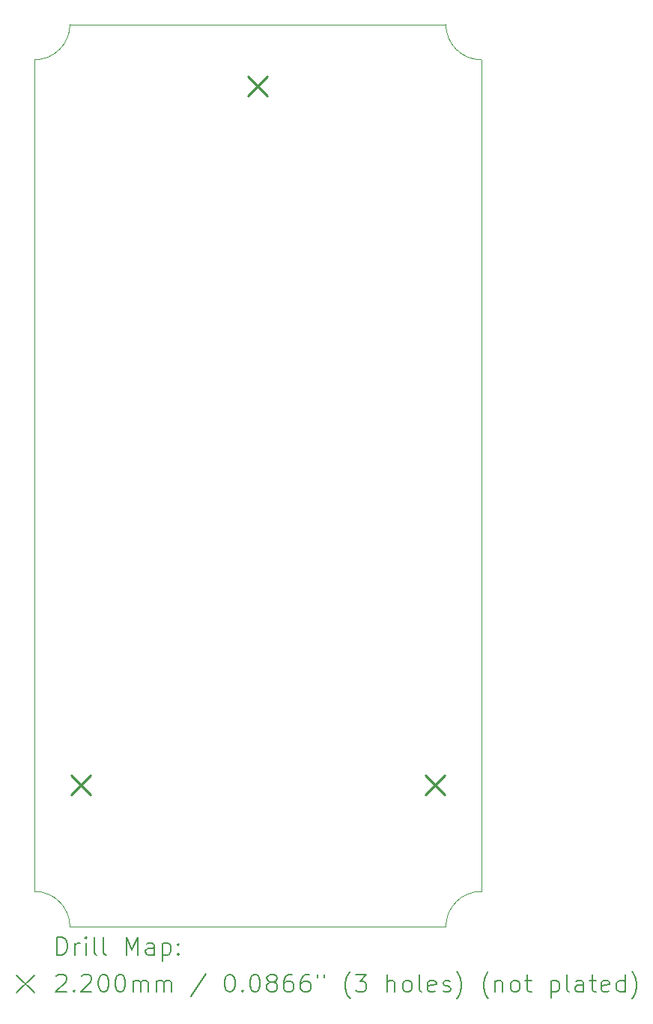
<source format=gbr>
%TF.GenerationSoftware,KiCad,Pcbnew,7.0.6*%
%TF.CreationDate,2024-08-25T10:22:35-07:00*%
%TF.ProjectId,Guitar_waveform_proj,47756974-6172-45f7-9761-7665666f726d,rev?*%
%TF.SameCoordinates,Original*%
%TF.FileFunction,Drillmap*%
%TF.FilePolarity,Positive*%
%FSLAX45Y45*%
G04 Gerber Fmt 4.5, Leading zero omitted, Abs format (unit mm)*
G04 Created by KiCad (PCBNEW 7.0.6) date 2024-08-25 10:22:35*
%MOMM*%
%LPD*%
G01*
G04 APERTURE LIST*
%ADD10C,0.100000*%
%ADD11C,0.200000*%
%ADD12C,0.220000*%
G04 APERTURE END LIST*
D10*
X15200000Y-3100000D02*
X19450000Y-3100000D01*
X19450000Y-3100000D02*
G75*
G03*
X19850000Y-3500000I400000J0D01*
G01*
X19450000Y-13300000D02*
X15200000Y-13300000D01*
X14800000Y-3500000D02*
G75*
G03*
X15200000Y-3100000I0J400000D01*
G01*
X14800000Y-12900000D02*
X14800000Y-3500000D01*
X15200000Y-13300000D02*
G75*
G03*
X14800000Y-12900000I-400000J0D01*
G01*
X19850000Y-3500000D02*
X19850000Y-12900000D01*
X19850000Y-12900000D02*
G75*
G03*
X19450000Y-13300000I0J-400000D01*
G01*
D11*
D12*
X15215000Y-11590000D02*
X15435000Y-11810000D01*
X15435000Y-11590000D02*
X15215000Y-11810000D01*
X17215000Y-3690000D02*
X17435000Y-3910000D01*
X17435000Y-3690000D02*
X17215000Y-3910000D01*
X19215000Y-11590000D02*
X19435000Y-11810000D01*
X19435000Y-11590000D02*
X19215000Y-11810000D01*
D11*
X15055777Y-13616484D02*
X15055777Y-13416484D01*
X15055777Y-13416484D02*
X15103396Y-13416484D01*
X15103396Y-13416484D02*
X15131967Y-13426008D01*
X15131967Y-13426008D02*
X15151015Y-13445055D01*
X15151015Y-13445055D02*
X15160539Y-13464103D01*
X15160539Y-13464103D02*
X15170062Y-13502198D01*
X15170062Y-13502198D02*
X15170062Y-13530769D01*
X15170062Y-13530769D02*
X15160539Y-13568865D01*
X15160539Y-13568865D02*
X15151015Y-13587912D01*
X15151015Y-13587912D02*
X15131967Y-13606960D01*
X15131967Y-13606960D02*
X15103396Y-13616484D01*
X15103396Y-13616484D02*
X15055777Y-13616484D01*
X15255777Y-13616484D02*
X15255777Y-13483150D01*
X15255777Y-13521246D02*
X15265301Y-13502198D01*
X15265301Y-13502198D02*
X15274824Y-13492674D01*
X15274824Y-13492674D02*
X15293872Y-13483150D01*
X15293872Y-13483150D02*
X15312920Y-13483150D01*
X15379586Y-13616484D02*
X15379586Y-13483150D01*
X15379586Y-13416484D02*
X15370062Y-13426008D01*
X15370062Y-13426008D02*
X15379586Y-13435531D01*
X15379586Y-13435531D02*
X15389110Y-13426008D01*
X15389110Y-13426008D02*
X15379586Y-13416484D01*
X15379586Y-13416484D02*
X15379586Y-13435531D01*
X15503396Y-13616484D02*
X15484348Y-13606960D01*
X15484348Y-13606960D02*
X15474824Y-13587912D01*
X15474824Y-13587912D02*
X15474824Y-13416484D01*
X15608158Y-13616484D02*
X15589110Y-13606960D01*
X15589110Y-13606960D02*
X15579586Y-13587912D01*
X15579586Y-13587912D02*
X15579586Y-13416484D01*
X15836729Y-13616484D02*
X15836729Y-13416484D01*
X15836729Y-13416484D02*
X15903396Y-13559341D01*
X15903396Y-13559341D02*
X15970062Y-13416484D01*
X15970062Y-13416484D02*
X15970062Y-13616484D01*
X16151015Y-13616484D02*
X16151015Y-13511722D01*
X16151015Y-13511722D02*
X16141491Y-13492674D01*
X16141491Y-13492674D02*
X16122443Y-13483150D01*
X16122443Y-13483150D02*
X16084348Y-13483150D01*
X16084348Y-13483150D02*
X16065301Y-13492674D01*
X16151015Y-13606960D02*
X16131967Y-13616484D01*
X16131967Y-13616484D02*
X16084348Y-13616484D01*
X16084348Y-13616484D02*
X16065301Y-13606960D01*
X16065301Y-13606960D02*
X16055777Y-13587912D01*
X16055777Y-13587912D02*
X16055777Y-13568865D01*
X16055777Y-13568865D02*
X16065301Y-13549817D01*
X16065301Y-13549817D02*
X16084348Y-13540293D01*
X16084348Y-13540293D02*
X16131967Y-13540293D01*
X16131967Y-13540293D02*
X16151015Y-13530769D01*
X16246253Y-13483150D02*
X16246253Y-13683150D01*
X16246253Y-13492674D02*
X16265301Y-13483150D01*
X16265301Y-13483150D02*
X16303396Y-13483150D01*
X16303396Y-13483150D02*
X16322443Y-13492674D01*
X16322443Y-13492674D02*
X16331967Y-13502198D01*
X16331967Y-13502198D02*
X16341491Y-13521246D01*
X16341491Y-13521246D02*
X16341491Y-13578388D01*
X16341491Y-13578388D02*
X16331967Y-13597436D01*
X16331967Y-13597436D02*
X16322443Y-13606960D01*
X16322443Y-13606960D02*
X16303396Y-13616484D01*
X16303396Y-13616484D02*
X16265301Y-13616484D01*
X16265301Y-13616484D02*
X16246253Y-13606960D01*
X16427205Y-13597436D02*
X16436729Y-13606960D01*
X16436729Y-13606960D02*
X16427205Y-13616484D01*
X16427205Y-13616484D02*
X16417682Y-13606960D01*
X16417682Y-13606960D02*
X16427205Y-13597436D01*
X16427205Y-13597436D02*
X16427205Y-13616484D01*
X16427205Y-13492674D02*
X16436729Y-13502198D01*
X16436729Y-13502198D02*
X16427205Y-13511722D01*
X16427205Y-13511722D02*
X16417682Y-13502198D01*
X16417682Y-13502198D02*
X16427205Y-13492674D01*
X16427205Y-13492674D02*
X16427205Y-13511722D01*
X14595000Y-13845000D02*
X14795000Y-14045000D01*
X14795000Y-13845000D02*
X14595000Y-14045000D01*
X15046253Y-13855531D02*
X15055777Y-13846008D01*
X15055777Y-13846008D02*
X15074824Y-13836484D01*
X15074824Y-13836484D02*
X15122443Y-13836484D01*
X15122443Y-13836484D02*
X15141491Y-13846008D01*
X15141491Y-13846008D02*
X15151015Y-13855531D01*
X15151015Y-13855531D02*
X15160539Y-13874579D01*
X15160539Y-13874579D02*
X15160539Y-13893627D01*
X15160539Y-13893627D02*
X15151015Y-13922198D01*
X15151015Y-13922198D02*
X15036729Y-14036484D01*
X15036729Y-14036484D02*
X15160539Y-14036484D01*
X15246253Y-14017436D02*
X15255777Y-14026960D01*
X15255777Y-14026960D02*
X15246253Y-14036484D01*
X15246253Y-14036484D02*
X15236729Y-14026960D01*
X15236729Y-14026960D02*
X15246253Y-14017436D01*
X15246253Y-14017436D02*
X15246253Y-14036484D01*
X15331967Y-13855531D02*
X15341491Y-13846008D01*
X15341491Y-13846008D02*
X15360539Y-13836484D01*
X15360539Y-13836484D02*
X15408158Y-13836484D01*
X15408158Y-13836484D02*
X15427205Y-13846008D01*
X15427205Y-13846008D02*
X15436729Y-13855531D01*
X15436729Y-13855531D02*
X15446253Y-13874579D01*
X15446253Y-13874579D02*
X15446253Y-13893627D01*
X15446253Y-13893627D02*
X15436729Y-13922198D01*
X15436729Y-13922198D02*
X15322443Y-14036484D01*
X15322443Y-14036484D02*
X15446253Y-14036484D01*
X15570062Y-13836484D02*
X15589110Y-13836484D01*
X15589110Y-13836484D02*
X15608158Y-13846008D01*
X15608158Y-13846008D02*
X15617682Y-13855531D01*
X15617682Y-13855531D02*
X15627205Y-13874579D01*
X15627205Y-13874579D02*
X15636729Y-13912674D01*
X15636729Y-13912674D02*
X15636729Y-13960293D01*
X15636729Y-13960293D02*
X15627205Y-13998388D01*
X15627205Y-13998388D02*
X15617682Y-14017436D01*
X15617682Y-14017436D02*
X15608158Y-14026960D01*
X15608158Y-14026960D02*
X15589110Y-14036484D01*
X15589110Y-14036484D02*
X15570062Y-14036484D01*
X15570062Y-14036484D02*
X15551015Y-14026960D01*
X15551015Y-14026960D02*
X15541491Y-14017436D01*
X15541491Y-14017436D02*
X15531967Y-13998388D01*
X15531967Y-13998388D02*
X15522443Y-13960293D01*
X15522443Y-13960293D02*
X15522443Y-13912674D01*
X15522443Y-13912674D02*
X15531967Y-13874579D01*
X15531967Y-13874579D02*
X15541491Y-13855531D01*
X15541491Y-13855531D02*
X15551015Y-13846008D01*
X15551015Y-13846008D02*
X15570062Y-13836484D01*
X15760539Y-13836484D02*
X15779586Y-13836484D01*
X15779586Y-13836484D02*
X15798634Y-13846008D01*
X15798634Y-13846008D02*
X15808158Y-13855531D01*
X15808158Y-13855531D02*
X15817682Y-13874579D01*
X15817682Y-13874579D02*
X15827205Y-13912674D01*
X15827205Y-13912674D02*
X15827205Y-13960293D01*
X15827205Y-13960293D02*
X15817682Y-13998388D01*
X15817682Y-13998388D02*
X15808158Y-14017436D01*
X15808158Y-14017436D02*
X15798634Y-14026960D01*
X15798634Y-14026960D02*
X15779586Y-14036484D01*
X15779586Y-14036484D02*
X15760539Y-14036484D01*
X15760539Y-14036484D02*
X15741491Y-14026960D01*
X15741491Y-14026960D02*
X15731967Y-14017436D01*
X15731967Y-14017436D02*
X15722443Y-13998388D01*
X15722443Y-13998388D02*
X15712920Y-13960293D01*
X15712920Y-13960293D02*
X15712920Y-13912674D01*
X15712920Y-13912674D02*
X15722443Y-13874579D01*
X15722443Y-13874579D02*
X15731967Y-13855531D01*
X15731967Y-13855531D02*
X15741491Y-13846008D01*
X15741491Y-13846008D02*
X15760539Y-13836484D01*
X15912920Y-14036484D02*
X15912920Y-13903150D01*
X15912920Y-13922198D02*
X15922443Y-13912674D01*
X15922443Y-13912674D02*
X15941491Y-13903150D01*
X15941491Y-13903150D02*
X15970063Y-13903150D01*
X15970063Y-13903150D02*
X15989110Y-13912674D01*
X15989110Y-13912674D02*
X15998634Y-13931722D01*
X15998634Y-13931722D02*
X15998634Y-14036484D01*
X15998634Y-13931722D02*
X16008158Y-13912674D01*
X16008158Y-13912674D02*
X16027205Y-13903150D01*
X16027205Y-13903150D02*
X16055777Y-13903150D01*
X16055777Y-13903150D02*
X16074824Y-13912674D01*
X16074824Y-13912674D02*
X16084348Y-13931722D01*
X16084348Y-13931722D02*
X16084348Y-14036484D01*
X16179586Y-14036484D02*
X16179586Y-13903150D01*
X16179586Y-13922198D02*
X16189110Y-13912674D01*
X16189110Y-13912674D02*
X16208158Y-13903150D01*
X16208158Y-13903150D02*
X16236729Y-13903150D01*
X16236729Y-13903150D02*
X16255777Y-13912674D01*
X16255777Y-13912674D02*
X16265301Y-13931722D01*
X16265301Y-13931722D02*
X16265301Y-14036484D01*
X16265301Y-13931722D02*
X16274824Y-13912674D01*
X16274824Y-13912674D02*
X16293872Y-13903150D01*
X16293872Y-13903150D02*
X16322443Y-13903150D01*
X16322443Y-13903150D02*
X16341491Y-13912674D01*
X16341491Y-13912674D02*
X16351015Y-13931722D01*
X16351015Y-13931722D02*
X16351015Y-14036484D01*
X16741491Y-13826960D02*
X16570063Y-14084103D01*
X16998634Y-13836484D02*
X17017682Y-13836484D01*
X17017682Y-13836484D02*
X17036729Y-13846008D01*
X17036729Y-13846008D02*
X17046253Y-13855531D01*
X17046253Y-13855531D02*
X17055777Y-13874579D01*
X17055777Y-13874579D02*
X17065301Y-13912674D01*
X17065301Y-13912674D02*
X17065301Y-13960293D01*
X17065301Y-13960293D02*
X17055777Y-13998388D01*
X17055777Y-13998388D02*
X17046253Y-14017436D01*
X17046253Y-14017436D02*
X17036729Y-14026960D01*
X17036729Y-14026960D02*
X17017682Y-14036484D01*
X17017682Y-14036484D02*
X16998634Y-14036484D01*
X16998634Y-14036484D02*
X16979587Y-14026960D01*
X16979587Y-14026960D02*
X16970063Y-14017436D01*
X16970063Y-14017436D02*
X16960539Y-13998388D01*
X16960539Y-13998388D02*
X16951015Y-13960293D01*
X16951015Y-13960293D02*
X16951015Y-13912674D01*
X16951015Y-13912674D02*
X16960539Y-13874579D01*
X16960539Y-13874579D02*
X16970063Y-13855531D01*
X16970063Y-13855531D02*
X16979587Y-13846008D01*
X16979587Y-13846008D02*
X16998634Y-13836484D01*
X17151015Y-14017436D02*
X17160539Y-14026960D01*
X17160539Y-14026960D02*
X17151015Y-14036484D01*
X17151015Y-14036484D02*
X17141491Y-14026960D01*
X17141491Y-14026960D02*
X17151015Y-14017436D01*
X17151015Y-14017436D02*
X17151015Y-14036484D01*
X17284348Y-13836484D02*
X17303396Y-13836484D01*
X17303396Y-13836484D02*
X17322444Y-13846008D01*
X17322444Y-13846008D02*
X17331968Y-13855531D01*
X17331968Y-13855531D02*
X17341491Y-13874579D01*
X17341491Y-13874579D02*
X17351015Y-13912674D01*
X17351015Y-13912674D02*
X17351015Y-13960293D01*
X17351015Y-13960293D02*
X17341491Y-13998388D01*
X17341491Y-13998388D02*
X17331968Y-14017436D01*
X17331968Y-14017436D02*
X17322444Y-14026960D01*
X17322444Y-14026960D02*
X17303396Y-14036484D01*
X17303396Y-14036484D02*
X17284348Y-14036484D01*
X17284348Y-14036484D02*
X17265301Y-14026960D01*
X17265301Y-14026960D02*
X17255777Y-14017436D01*
X17255777Y-14017436D02*
X17246253Y-13998388D01*
X17246253Y-13998388D02*
X17236729Y-13960293D01*
X17236729Y-13960293D02*
X17236729Y-13912674D01*
X17236729Y-13912674D02*
X17246253Y-13874579D01*
X17246253Y-13874579D02*
X17255777Y-13855531D01*
X17255777Y-13855531D02*
X17265301Y-13846008D01*
X17265301Y-13846008D02*
X17284348Y-13836484D01*
X17465301Y-13922198D02*
X17446253Y-13912674D01*
X17446253Y-13912674D02*
X17436729Y-13903150D01*
X17436729Y-13903150D02*
X17427206Y-13884103D01*
X17427206Y-13884103D02*
X17427206Y-13874579D01*
X17427206Y-13874579D02*
X17436729Y-13855531D01*
X17436729Y-13855531D02*
X17446253Y-13846008D01*
X17446253Y-13846008D02*
X17465301Y-13836484D01*
X17465301Y-13836484D02*
X17503396Y-13836484D01*
X17503396Y-13836484D02*
X17522444Y-13846008D01*
X17522444Y-13846008D02*
X17531968Y-13855531D01*
X17531968Y-13855531D02*
X17541491Y-13874579D01*
X17541491Y-13874579D02*
X17541491Y-13884103D01*
X17541491Y-13884103D02*
X17531968Y-13903150D01*
X17531968Y-13903150D02*
X17522444Y-13912674D01*
X17522444Y-13912674D02*
X17503396Y-13922198D01*
X17503396Y-13922198D02*
X17465301Y-13922198D01*
X17465301Y-13922198D02*
X17446253Y-13931722D01*
X17446253Y-13931722D02*
X17436729Y-13941246D01*
X17436729Y-13941246D02*
X17427206Y-13960293D01*
X17427206Y-13960293D02*
X17427206Y-13998388D01*
X17427206Y-13998388D02*
X17436729Y-14017436D01*
X17436729Y-14017436D02*
X17446253Y-14026960D01*
X17446253Y-14026960D02*
X17465301Y-14036484D01*
X17465301Y-14036484D02*
X17503396Y-14036484D01*
X17503396Y-14036484D02*
X17522444Y-14026960D01*
X17522444Y-14026960D02*
X17531968Y-14017436D01*
X17531968Y-14017436D02*
X17541491Y-13998388D01*
X17541491Y-13998388D02*
X17541491Y-13960293D01*
X17541491Y-13960293D02*
X17531968Y-13941246D01*
X17531968Y-13941246D02*
X17522444Y-13931722D01*
X17522444Y-13931722D02*
X17503396Y-13922198D01*
X17712920Y-13836484D02*
X17674825Y-13836484D01*
X17674825Y-13836484D02*
X17655777Y-13846008D01*
X17655777Y-13846008D02*
X17646253Y-13855531D01*
X17646253Y-13855531D02*
X17627206Y-13884103D01*
X17627206Y-13884103D02*
X17617682Y-13922198D01*
X17617682Y-13922198D02*
X17617682Y-13998388D01*
X17617682Y-13998388D02*
X17627206Y-14017436D01*
X17627206Y-14017436D02*
X17636729Y-14026960D01*
X17636729Y-14026960D02*
X17655777Y-14036484D01*
X17655777Y-14036484D02*
X17693872Y-14036484D01*
X17693872Y-14036484D02*
X17712920Y-14026960D01*
X17712920Y-14026960D02*
X17722444Y-14017436D01*
X17722444Y-14017436D02*
X17731968Y-13998388D01*
X17731968Y-13998388D02*
X17731968Y-13950769D01*
X17731968Y-13950769D02*
X17722444Y-13931722D01*
X17722444Y-13931722D02*
X17712920Y-13922198D01*
X17712920Y-13922198D02*
X17693872Y-13912674D01*
X17693872Y-13912674D02*
X17655777Y-13912674D01*
X17655777Y-13912674D02*
X17636729Y-13922198D01*
X17636729Y-13922198D02*
X17627206Y-13931722D01*
X17627206Y-13931722D02*
X17617682Y-13950769D01*
X17903396Y-13836484D02*
X17865301Y-13836484D01*
X17865301Y-13836484D02*
X17846253Y-13846008D01*
X17846253Y-13846008D02*
X17836729Y-13855531D01*
X17836729Y-13855531D02*
X17817682Y-13884103D01*
X17817682Y-13884103D02*
X17808158Y-13922198D01*
X17808158Y-13922198D02*
X17808158Y-13998388D01*
X17808158Y-13998388D02*
X17817682Y-14017436D01*
X17817682Y-14017436D02*
X17827206Y-14026960D01*
X17827206Y-14026960D02*
X17846253Y-14036484D01*
X17846253Y-14036484D02*
X17884349Y-14036484D01*
X17884349Y-14036484D02*
X17903396Y-14026960D01*
X17903396Y-14026960D02*
X17912920Y-14017436D01*
X17912920Y-14017436D02*
X17922444Y-13998388D01*
X17922444Y-13998388D02*
X17922444Y-13950769D01*
X17922444Y-13950769D02*
X17912920Y-13931722D01*
X17912920Y-13931722D02*
X17903396Y-13922198D01*
X17903396Y-13922198D02*
X17884349Y-13912674D01*
X17884349Y-13912674D02*
X17846253Y-13912674D01*
X17846253Y-13912674D02*
X17827206Y-13922198D01*
X17827206Y-13922198D02*
X17817682Y-13931722D01*
X17817682Y-13931722D02*
X17808158Y-13950769D01*
X17998634Y-13836484D02*
X17998634Y-13874579D01*
X18074825Y-13836484D02*
X18074825Y-13874579D01*
X18370063Y-14112674D02*
X18360539Y-14103150D01*
X18360539Y-14103150D02*
X18341491Y-14074579D01*
X18341491Y-14074579D02*
X18331968Y-14055531D01*
X18331968Y-14055531D02*
X18322444Y-14026960D01*
X18322444Y-14026960D02*
X18312920Y-13979341D01*
X18312920Y-13979341D02*
X18312920Y-13941246D01*
X18312920Y-13941246D02*
X18322444Y-13893627D01*
X18322444Y-13893627D02*
X18331968Y-13865055D01*
X18331968Y-13865055D02*
X18341491Y-13846008D01*
X18341491Y-13846008D02*
X18360539Y-13817436D01*
X18360539Y-13817436D02*
X18370063Y-13807912D01*
X18427206Y-13836484D02*
X18551015Y-13836484D01*
X18551015Y-13836484D02*
X18484349Y-13912674D01*
X18484349Y-13912674D02*
X18512920Y-13912674D01*
X18512920Y-13912674D02*
X18531968Y-13922198D01*
X18531968Y-13922198D02*
X18541491Y-13931722D01*
X18541491Y-13931722D02*
X18551015Y-13950769D01*
X18551015Y-13950769D02*
X18551015Y-13998388D01*
X18551015Y-13998388D02*
X18541491Y-14017436D01*
X18541491Y-14017436D02*
X18531968Y-14026960D01*
X18531968Y-14026960D02*
X18512920Y-14036484D01*
X18512920Y-14036484D02*
X18455777Y-14036484D01*
X18455777Y-14036484D02*
X18436730Y-14026960D01*
X18436730Y-14026960D02*
X18427206Y-14017436D01*
X18789111Y-14036484D02*
X18789111Y-13836484D01*
X18874825Y-14036484D02*
X18874825Y-13931722D01*
X18874825Y-13931722D02*
X18865301Y-13912674D01*
X18865301Y-13912674D02*
X18846253Y-13903150D01*
X18846253Y-13903150D02*
X18817682Y-13903150D01*
X18817682Y-13903150D02*
X18798634Y-13912674D01*
X18798634Y-13912674D02*
X18789111Y-13922198D01*
X18998634Y-14036484D02*
X18979587Y-14026960D01*
X18979587Y-14026960D02*
X18970063Y-14017436D01*
X18970063Y-14017436D02*
X18960539Y-13998388D01*
X18960539Y-13998388D02*
X18960539Y-13941246D01*
X18960539Y-13941246D02*
X18970063Y-13922198D01*
X18970063Y-13922198D02*
X18979587Y-13912674D01*
X18979587Y-13912674D02*
X18998634Y-13903150D01*
X18998634Y-13903150D02*
X19027206Y-13903150D01*
X19027206Y-13903150D02*
X19046253Y-13912674D01*
X19046253Y-13912674D02*
X19055777Y-13922198D01*
X19055777Y-13922198D02*
X19065301Y-13941246D01*
X19065301Y-13941246D02*
X19065301Y-13998388D01*
X19065301Y-13998388D02*
X19055777Y-14017436D01*
X19055777Y-14017436D02*
X19046253Y-14026960D01*
X19046253Y-14026960D02*
X19027206Y-14036484D01*
X19027206Y-14036484D02*
X18998634Y-14036484D01*
X19179587Y-14036484D02*
X19160539Y-14026960D01*
X19160539Y-14026960D02*
X19151015Y-14007912D01*
X19151015Y-14007912D02*
X19151015Y-13836484D01*
X19331968Y-14026960D02*
X19312920Y-14036484D01*
X19312920Y-14036484D02*
X19274825Y-14036484D01*
X19274825Y-14036484D02*
X19255777Y-14026960D01*
X19255777Y-14026960D02*
X19246253Y-14007912D01*
X19246253Y-14007912D02*
X19246253Y-13931722D01*
X19246253Y-13931722D02*
X19255777Y-13912674D01*
X19255777Y-13912674D02*
X19274825Y-13903150D01*
X19274825Y-13903150D02*
X19312920Y-13903150D01*
X19312920Y-13903150D02*
X19331968Y-13912674D01*
X19331968Y-13912674D02*
X19341492Y-13931722D01*
X19341492Y-13931722D02*
X19341492Y-13950769D01*
X19341492Y-13950769D02*
X19246253Y-13969817D01*
X19417682Y-14026960D02*
X19436730Y-14036484D01*
X19436730Y-14036484D02*
X19474825Y-14036484D01*
X19474825Y-14036484D02*
X19493873Y-14026960D01*
X19493873Y-14026960D02*
X19503396Y-14007912D01*
X19503396Y-14007912D02*
X19503396Y-13998388D01*
X19503396Y-13998388D02*
X19493873Y-13979341D01*
X19493873Y-13979341D02*
X19474825Y-13969817D01*
X19474825Y-13969817D02*
X19446253Y-13969817D01*
X19446253Y-13969817D02*
X19427206Y-13960293D01*
X19427206Y-13960293D02*
X19417682Y-13941246D01*
X19417682Y-13941246D02*
X19417682Y-13931722D01*
X19417682Y-13931722D02*
X19427206Y-13912674D01*
X19427206Y-13912674D02*
X19446253Y-13903150D01*
X19446253Y-13903150D02*
X19474825Y-13903150D01*
X19474825Y-13903150D02*
X19493873Y-13912674D01*
X19570063Y-14112674D02*
X19579587Y-14103150D01*
X19579587Y-14103150D02*
X19598634Y-14074579D01*
X19598634Y-14074579D02*
X19608158Y-14055531D01*
X19608158Y-14055531D02*
X19617682Y-14026960D01*
X19617682Y-14026960D02*
X19627206Y-13979341D01*
X19627206Y-13979341D02*
X19627206Y-13941246D01*
X19627206Y-13941246D02*
X19617682Y-13893627D01*
X19617682Y-13893627D02*
X19608158Y-13865055D01*
X19608158Y-13865055D02*
X19598634Y-13846008D01*
X19598634Y-13846008D02*
X19579587Y-13817436D01*
X19579587Y-13817436D02*
X19570063Y-13807912D01*
X19931968Y-14112674D02*
X19922444Y-14103150D01*
X19922444Y-14103150D02*
X19903396Y-14074579D01*
X19903396Y-14074579D02*
X19893873Y-14055531D01*
X19893873Y-14055531D02*
X19884349Y-14026960D01*
X19884349Y-14026960D02*
X19874825Y-13979341D01*
X19874825Y-13979341D02*
X19874825Y-13941246D01*
X19874825Y-13941246D02*
X19884349Y-13893627D01*
X19884349Y-13893627D02*
X19893873Y-13865055D01*
X19893873Y-13865055D02*
X19903396Y-13846008D01*
X19903396Y-13846008D02*
X19922444Y-13817436D01*
X19922444Y-13817436D02*
X19931968Y-13807912D01*
X20008158Y-13903150D02*
X20008158Y-14036484D01*
X20008158Y-13922198D02*
X20017682Y-13912674D01*
X20017682Y-13912674D02*
X20036730Y-13903150D01*
X20036730Y-13903150D02*
X20065301Y-13903150D01*
X20065301Y-13903150D02*
X20084349Y-13912674D01*
X20084349Y-13912674D02*
X20093873Y-13931722D01*
X20093873Y-13931722D02*
X20093873Y-14036484D01*
X20217682Y-14036484D02*
X20198634Y-14026960D01*
X20198634Y-14026960D02*
X20189111Y-14017436D01*
X20189111Y-14017436D02*
X20179587Y-13998388D01*
X20179587Y-13998388D02*
X20179587Y-13941246D01*
X20179587Y-13941246D02*
X20189111Y-13922198D01*
X20189111Y-13922198D02*
X20198634Y-13912674D01*
X20198634Y-13912674D02*
X20217682Y-13903150D01*
X20217682Y-13903150D02*
X20246254Y-13903150D01*
X20246254Y-13903150D02*
X20265301Y-13912674D01*
X20265301Y-13912674D02*
X20274825Y-13922198D01*
X20274825Y-13922198D02*
X20284349Y-13941246D01*
X20284349Y-13941246D02*
X20284349Y-13998388D01*
X20284349Y-13998388D02*
X20274825Y-14017436D01*
X20274825Y-14017436D02*
X20265301Y-14026960D01*
X20265301Y-14026960D02*
X20246254Y-14036484D01*
X20246254Y-14036484D02*
X20217682Y-14036484D01*
X20341492Y-13903150D02*
X20417682Y-13903150D01*
X20370063Y-13836484D02*
X20370063Y-14007912D01*
X20370063Y-14007912D02*
X20379587Y-14026960D01*
X20379587Y-14026960D02*
X20398634Y-14036484D01*
X20398634Y-14036484D02*
X20417682Y-14036484D01*
X20636730Y-13903150D02*
X20636730Y-14103150D01*
X20636730Y-13912674D02*
X20655777Y-13903150D01*
X20655777Y-13903150D02*
X20693873Y-13903150D01*
X20693873Y-13903150D02*
X20712920Y-13912674D01*
X20712920Y-13912674D02*
X20722444Y-13922198D01*
X20722444Y-13922198D02*
X20731968Y-13941246D01*
X20731968Y-13941246D02*
X20731968Y-13998388D01*
X20731968Y-13998388D02*
X20722444Y-14017436D01*
X20722444Y-14017436D02*
X20712920Y-14026960D01*
X20712920Y-14026960D02*
X20693873Y-14036484D01*
X20693873Y-14036484D02*
X20655777Y-14036484D01*
X20655777Y-14036484D02*
X20636730Y-14026960D01*
X20846254Y-14036484D02*
X20827206Y-14026960D01*
X20827206Y-14026960D02*
X20817682Y-14007912D01*
X20817682Y-14007912D02*
X20817682Y-13836484D01*
X21008158Y-14036484D02*
X21008158Y-13931722D01*
X21008158Y-13931722D02*
X20998635Y-13912674D01*
X20998635Y-13912674D02*
X20979587Y-13903150D01*
X20979587Y-13903150D02*
X20941492Y-13903150D01*
X20941492Y-13903150D02*
X20922444Y-13912674D01*
X21008158Y-14026960D02*
X20989111Y-14036484D01*
X20989111Y-14036484D02*
X20941492Y-14036484D01*
X20941492Y-14036484D02*
X20922444Y-14026960D01*
X20922444Y-14026960D02*
X20912920Y-14007912D01*
X20912920Y-14007912D02*
X20912920Y-13988865D01*
X20912920Y-13988865D02*
X20922444Y-13969817D01*
X20922444Y-13969817D02*
X20941492Y-13960293D01*
X20941492Y-13960293D02*
X20989111Y-13960293D01*
X20989111Y-13960293D02*
X21008158Y-13950769D01*
X21074825Y-13903150D02*
X21151015Y-13903150D01*
X21103396Y-13836484D02*
X21103396Y-14007912D01*
X21103396Y-14007912D02*
X21112920Y-14026960D01*
X21112920Y-14026960D02*
X21131968Y-14036484D01*
X21131968Y-14036484D02*
X21151015Y-14036484D01*
X21293873Y-14026960D02*
X21274825Y-14036484D01*
X21274825Y-14036484D02*
X21236730Y-14036484D01*
X21236730Y-14036484D02*
X21217682Y-14026960D01*
X21217682Y-14026960D02*
X21208158Y-14007912D01*
X21208158Y-14007912D02*
X21208158Y-13931722D01*
X21208158Y-13931722D02*
X21217682Y-13912674D01*
X21217682Y-13912674D02*
X21236730Y-13903150D01*
X21236730Y-13903150D02*
X21274825Y-13903150D01*
X21274825Y-13903150D02*
X21293873Y-13912674D01*
X21293873Y-13912674D02*
X21303396Y-13931722D01*
X21303396Y-13931722D02*
X21303396Y-13950769D01*
X21303396Y-13950769D02*
X21208158Y-13969817D01*
X21474825Y-14036484D02*
X21474825Y-13836484D01*
X21474825Y-14026960D02*
X21455777Y-14036484D01*
X21455777Y-14036484D02*
X21417682Y-14036484D01*
X21417682Y-14036484D02*
X21398635Y-14026960D01*
X21398635Y-14026960D02*
X21389111Y-14017436D01*
X21389111Y-14017436D02*
X21379587Y-13998388D01*
X21379587Y-13998388D02*
X21379587Y-13941246D01*
X21379587Y-13941246D02*
X21389111Y-13922198D01*
X21389111Y-13922198D02*
X21398635Y-13912674D01*
X21398635Y-13912674D02*
X21417682Y-13903150D01*
X21417682Y-13903150D02*
X21455777Y-13903150D01*
X21455777Y-13903150D02*
X21474825Y-13912674D01*
X21551016Y-14112674D02*
X21560539Y-14103150D01*
X21560539Y-14103150D02*
X21579587Y-14074579D01*
X21579587Y-14074579D02*
X21589111Y-14055531D01*
X21589111Y-14055531D02*
X21598635Y-14026960D01*
X21598635Y-14026960D02*
X21608158Y-13979341D01*
X21608158Y-13979341D02*
X21608158Y-13941246D01*
X21608158Y-13941246D02*
X21598635Y-13893627D01*
X21598635Y-13893627D02*
X21589111Y-13865055D01*
X21589111Y-13865055D02*
X21579587Y-13846008D01*
X21579587Y-13846008D02*
X21560539Y-13817436D01*
X21560539Y-13817436D02*
X21551016Y-13807912D01*
M02*

</source>
